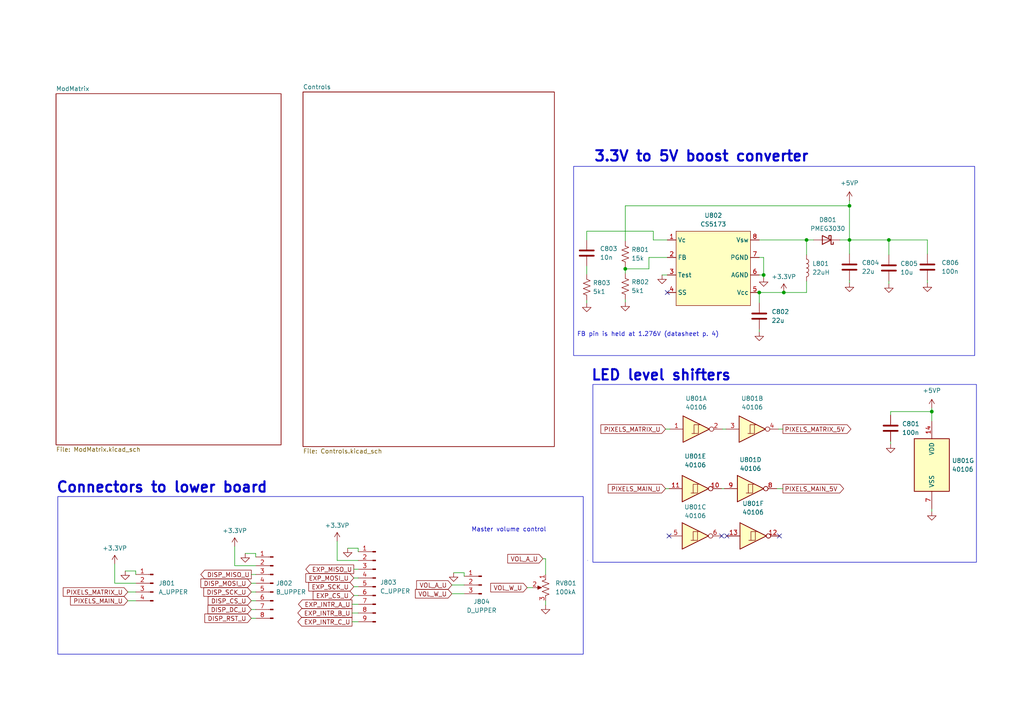
<source format=kicad_sch>
(kicad_sch (version 20231120) (generator "eeschema") (generator_version "8.0")
  (paper "A4")
  (lib_symbols
    (symbol "4xxx:40106" (pin_names (offset 1.016))
      (property "Reference" "U" (at 0 1.27 0))
      (property "Value" "40106" (at 0 -1.27 0))
      (symbol "40106_1_0"
        (polyline (pts (xy -0.635 -1.27) (xy -0.635 1.27) (xy 0.635 1.27)))
        (polyline (pts (xy -3.81 3.81) (xy -3.81 -3.81) (xy 3.81 0) (xy -3.81 3.81)) (stroke (width 0.254)) (fill (type background)))
        (polyline (pts (xy -1.27 -1.27) (xy 0.635 -1.27) (xy 0.635 1.27) (xy 1.27 1.27)))
        (pin input line (at -7.62 0 0) (length 3.81) (name "~") (number "1"))
        (pin output inverted (at 7.62 0 180) (length 3.81) (name "~") (number "2"))
      )
      (symbol "40106_2_0"
        (polyline (pts (xy -0.635 -1.27) (xy -0.635 1.27) (xy 0.635 1.27)))
        (polyline (pts (xy -3.81 3.81) (xy -3.81 -3.81) (xy 3.81 0) (xy -3.81 3.81)) (stroke (width 0.254)) (fill (type background)))
        (polyline (pts (xy -1.27 -1.27) (xy 0.635 -1.27) (xy 0.635 1.27) (xy 1.27 1.27)))
        (pin input line (at -7.62 0 0) (length 3.81) (name "~") (number "3"))
        (pin output inverted (at 7.62 0 180) (length 3.81) (name "~") (number "4"))
      )
      (symbol "40106_3_0"
        (polyline (pts (xy -0.635 -1.27) (xy -0.635 1.27) (xy 0.635 1.27)))
        (polyline (pts (xy -3.81 3.81) (xy -3.81 -3.81) (xy 3.81 0) (xy -3.81 3.81)) (stroke (width 0.254)) (fill (type background)))
        (polyline (pts (xy -1.27 -1.27) (xy 0.635 -1.27) (xy 0.635 1.27) (xy 1.27 1.27)))
        (pin input line (at -7.62 0 0) (length 3.81) (name "~") (number "5"))
        (pin output inverted (at 7.62 0 180) (length 3.81) (name "~") (number "6"))
      )
      (symbol "40106_4_0"
        (polyline (pts (xy -0.635 -1.27) (xy -0.635 1.27) (xy 0.635 1.27)))
        (polyline (pts (xy -3.81 3.81) (xy -3.81 -3.81) (xy 3.81 0) (xy -3.81 3.81)) (stroke (width 0.254)) (fill (type background)))
        (polyline (pts (xy -1.27 -1.27) (xy 0.635 -1.27) (xy 0.635 1.27) (xy 1.27 1.27)))
        (pin output inverted (at 7.62 0 180) (length 3.81) (name "~") (number "8"))
        (pin input line (at -7.62 0 0) (length 3.81) (name "~") (number "9"))
      )
      (symbol "40106_5_0"
        (polyline (pts (xy -0.635 -1.27) (xy -0.635 1.27) (xy 0.635 1.27)))
        (polyline (pts (xy -3.81 3.81) (xy -3.81 -3.81) (xy 3.81 0) (xy -3.81 3.81)) (stroke (width 0.254)) (fill (type background)))
        (polyline (pts (xy -1.27 -1.27) (xy 0.635 -1.27) (xy 0.635 1.27) (xy 1.27 1.27)))
        (pin output inverted (at 7.62 0 180) (length 3.81) (name "~") (number "10"))
        (pin input line (at -7.62 0 0) (length 3.81) (name "~") (number "11"))
      )
      (symbol "40106_6_0"
        (polyline (pts (xy -0.635 -1.27) (xy -0.635 1.27) (xy 0.635 1.27)))
        (polyline (pts (xy -3.81 3.81) (xy -3.81 -3.81) (xy 3.81 0) (xy -3.81 3.81)) (stroke (width 0.254)) (fill (type background)))
        (polyline (pts (xy -1.27 -1.27) (xy 0.635 -1.27) (xy 0.635 1.27) (xy 1.27 1.27)))
        (pin output inverted (at 7.62 0 180) (length 3.81) (name "~") (number "12"))
        (pin input line (at -7.62 0 0) (length 3.81) (name "~") (number "13"))
      )
      (symbol "40106_7_0"
        (pin power_in line (at 0 12.7 270) (length 5.08) (name "VDD") (number "14"))
        (pin power_in line (at 0 -12.7 90) (length 5.08) (name "VSS") (number "7"))
      )
      (symbol "40106_7_1"
        (rectangle (start -5.08 7.62) (end 5.08 -7.62) (stroke (width 0.254)) (fill (type background)))
      )
    )
    (symbol "Connector:Conn_01x03_Pin" (pin_names (offset 1.016) hide)
      (property "Reference" "J" (at 0 5.08 0))
      (property "Value" "Conn_01x03_Pin" (at 0 -5.08 0))
      (symbol "Conn_01x03_Pin_1_1"
        (polyline (pts (xy 1.27 -2.54) (xy 0.8636 -2.54)) (stroke (width 0.1524)))
        (polyline (pts (xy 1.27 0) (xy 0.8636 0)) (stroke (width 0.1524)))
        (polyline (pts (xy 1.27 2.54) (xy 0.8636 2.54)) (stroke (width 0.1524)))
        (rectangle (start 0.8636 -2.413) (end 0 -2.667) (stroke (width 0.1524)) (fill (type outline)))
        (rectangle (start 0.8636 0.127) (end 0 -0.127) (stroke (width 0.1524)) (fill (type outline)))
        (rectangle (start 0.8636 2.667) (end 0 2.413) (stroke (width 0.1524)) (fill (type outline)))
        (pin passive line (at 5.08 2.54 180) (length 3.81) (name "Pin_1") (number "1"))
        (pin passive line (at 5.08 0 180) (length 3.81) (name "Pin_2") (number "2"))
        (pin passive line (at 5.08 -2.54 180) (length 3.81) (name "Pin_3") (number "3"))
      )
    )
    (symbol "Connector:Conn_01x04_Pin" (pin_names (offset 1.016) hide)
      (property "Reference" "J" (at 0 5.08 0))
      (property "Value" "Conn_01x04_Pin" (at 0 -7.62 0))
      (symbol "Conn_01x04_Pin_1_1"
        (polyline (pts (xy 1.27 -5.08) (xy 0.8636 -5.08)) (stroke (width 0.1524)))
        (polyline (pts (xy 1.27 -2.54) (xy 0.8636 -2.54)) (stroke (width 0.1524)))
        (polyline (pts (xy 1.27 0) (xy 0.8636 0)) (stroke (width 0.1524)))
        (polyline (pts (xy 1.27 2.54) (xy 0.8636 2.54)) (stroke (width 0.1524)))
        (rectangle (start 0.8636 -4.953) (end 0 -5.207) (stroke (width 0.1524)) (fill (type outline)))
        (rectangle (start 0.8636 -2.413) (end 0 -2.667) (stroke (width 0.1524)) (fill (type outline)))
        (rectangle (start 0.8636 0.127) (end 0 -0.127) (stroke (width 0.1524)) (fill (type outline)))
        (rectangle (start 0.8636 2.667) (end 0 2.413) (stroke (width 0.1524)) (fill (type outline)))
        (pin passive line (at 5.08 2.54 180) (length 3.81) (name "Pin_1") (number "1"))
        (pin passive line (at 5.08 0 180) (length 3.81) (name "Pin_2") (number "2"))
        (pin passive line (at 5.08 -2.54 180) (length 3.81) (name "Pin_3") (number "3"))
        (pin passive line (at 5.08 -5.08 180) (length 3.81) (name "Pin_4") (number "4"))
      )
    )
    (symbol "Connector:Conn_01x08_Pin" (pin_names (offset 1.016) hide)
      (property "Reference" "J" (at 0 10.16 0))
      (property "Value" "Conn_01x08_Pin" (at 0 -12.7 0))
      (symbol "Conn_01x08_Pin_1_1"
        (polyline (pts (xy 1.27 -10.16) (xy 0.8636 -10.16)) (stroke (width 0.1524)))
        (polyline (pts (xy 1.27 -7.62) (xy 0.8636 -7.62)) (stroke (width 0.1524)))
        (polyline (pts (xy 1.27 -5.08) (xy 0.8636 -5.08)) (stroke (width 0.1524)))
        (polyline (pts (xy 1.27 -2.54) (xy 0.8636 -2.54)) (stroke (width 0.1524)))
        (polyline (pts (xy 1.27 0) (xy 0.8636 0)) (stroke (width 0.1524)))
        (polyline (pts (xy 1.27 2.54) (xy 0.8636 2.54)) (stroke (width 0.1524)))
        (polyline (pts (xy 1.27 5.08) (xy 0.8636 5.08)) (stroke (width 0.1524)))
        (polyline (pts (xy 1.27 7.62) (xy 0.8636 7.62)) (stroke (width 0.1524)))
        (rectangle (start 0.8636 -10.033) (end 0 -10.287) (stroke (width 0.1524)) (fill (type outline)))
        (rectangle (start 0.8636 -7.493) (end 0 -7.747) (stroke (width 0.1524)) (fill (type outline)))
        (rectangle (start 0.8636 -4.953) (end 0 -5.207) (stroke (width 0.1524)) (fill (type outline)))
        (rectangle (start 0.8636 -2.413) (end 0 -2.667) (stroke (width 0.1524)) (fill (type outline)))
        (rectangle (start 0.8636 0.127) (end 0 -0.127) (stroke (width 0.1524)) (fill (type outline)))
        (rectangle (start 0.8636 2.667) (end 0 2.413) (stroke (width 0.1524)) (fill (type outline)))
        (rectangle (start 0.8636 5.207) (end 0 4.953) (stroke (width 0.1524)) (fill (type outline)))
        (rectangle (start 0.8636 7.747) (end 0 7.493) (stroke (width 0.1524)) (fill (type outline)))
        (pin passive line (at 5.08 7.62 180) (length 3.81) (name "Pin_1") (number "1"))
        (pin passive line (at 5.08 5.08 180) (length 3.81) (name "Pin_2") (number "2"))
        (pin passive line (at 5.08 2.54 180) (length 3.81) (name "Pin_3") (number "3"))
        (pin passive line (at 5.08 0 180) (length 3.81) (name "Pin_4") (number "4"))
        (pin passive line (at 5.08 -2.54 180) (length 3.81) (name "Pin_5") (number "5"))
        (pin passive line (at 5.08 -5.08 180) (length 3.81) (name "Pin_6") (number "6"))
        (pin passive line (at 5.08 -7.62 180) (length 3.81) (name "Pin_7") (number "7"))
        (pin passive line (at 5.08 -10.16 180) (length 3.81) (name "Pin_8") (number "8"))
      )
    )
    (symbol "Connector:Conn_01x09_Pin" (pin_names (offset 1.016) hide)
      (property "Reference" "J" (at 0 12.7 0))
      (property "Value" "Conn_01x09_Pin" (at 0 -12.7 0))
      (symbol "Conn_01x09_Pin_1_1"
        (polyline (pts (xy 1.27 -10.16) (xy 0.8636 -10.16)) (stroke (width 0.1524)))
        (polyline (pts (xy 1.27 -7.62) (xy 0.8636 -7.62)) (stroke (width 0.1524)))
        (polyline (pts (xy 1.27 -5.08) (xy 0.8636 -5.08)) (stroke (width 0.1524)))
        (polyline (pts (xy 1.27 -2.54) (xy 0.8636 -2.54)) (stroke (width 0.1524)))
        (polyline (pts (xy 1.27 0) (xy 0.8636 0)) (stroke (width 0.1524)))
        (polyline (pts (xy 1.27 2.54) (xy 0.8636 2.54)) (stroke (width 0.1524)))
        (polyline (pts (xy 1.27 5.08) (xy 0.8636 5.08)) (stroke (width 0.1524)))
        (polyline (pts (xy 1.27 7.62) (xy 0.8636 7.62)) (stroke (width 0.1524)))
        (polyline (pts (xy 1.27 10.16) (xy 0.8636 10.16)) (stroke (width 0.1524)))
        (rectangle (start 0.8636 -10.033) (end 0 -10.287) (stroke (width 0.1524)) (fill (type outline)))
        (rectangle (start 0.8636 -7.493) (end 0 -7.747) (stroke (width 0.1524)) (fill (type outline)))
        (rectangle (start 0.8636 -4.953) (end 0 -5.207) (stroke (width 0.1524)) (fill (type outline)))
        (rectangle (start 0.8636 -2.413) (end 0 -2.667) (stroke (width 0.1524)) (fill (type outline)))
        (rectangle (start 0.8636 0.127) (end 0 -0.127) (stroke (width 0.1524)) (fill (type outline)))
        (rectangle (start 0.8636 2.667) (end 0 2.413) (stroke (width 0.1524)) (fill (type outline)))
        (rectangle (start 0.8636 5.207) (end 0 4.953) (stroke (width 0.1524)) (fill (type outline)))
        (rectangle (start 0.8636 7.747) (end 0 7.493) (stroke (width 0.1524)) (fill (type outline)))
        (rectangle (start 0.8636 10.287) (end 0 10.033) (stroke (width 0.1524)) (fill (type outline)))
        (pin passive line (at 5.08 10.16 180) (length 3.81) (name "Pin_1") (number "1"))
        (pin passive line (at 5.08 7.62 180) (length 3.81) (name "Pin_2") (number "2"))
        (pin passive line (at 5.08 5.08 180) (length 3.81) (name "Pin_3") (number "3"))
        (pin passive line (at 5.08 2.54 180) (length 3.81) (name "Pin_4") (number "4"))
        (pin passive line (at 5.08 0 180) (length 3.81) (name "Pin_5") (number "5"))
        (pin passive line (at 5.08 -2.54 180) (length 3.81) (name "Pin_6") (number "6"))
        (pin passive line (at 5.08 -5.08 180) (length 3.81) (name "Pin_7") (number "7"))
        (pin passive line (at 5.08 -7.62 180) (length 3.81) (name "Pin_8") (number "8"))
        (pin passive line (at 5.08 -10.16 180) (length 3.81) (name "Pin_9") (number "9"))
      )
    )
    (symbol "Device:C" (pin_numbers hide) (pin_names (offset 0.254))
      (property "Reference" "C" (at 0.635 2.54 0))
      (property "Value" "C" (at 0.635 -2.54 0))
      (symbol "C_0_1"
        (polyline (pts (xy -2.032 -0.762) (xy 2.032 -0.762)) (stroke (width 0.508)))
        (polyline (pts (xy -2.032 0.762) (xy 2.032 0.762)) (stroke (width 0.508)))
      )
      (symbol "C_1_1"
        (pin passive line (at 0 3.81 270) (length 2.794) (name "~") (number "1"))
        (pin passive line (at 0 -3.81 90) (length 2.794) (name "~") (number "2"))
      )
    )
    (symbol "Device:D_Schottky" (pin_numbers hide) (pin_names (offset 1.016) hide)
      (property "Reference" "D" (at 0 2.54 0))
      (property "Value" "D_Schottky" (at 0 -2.54 0))
      (symbol "D_Schottky_0_1"
        (polyline (pts (xy 1.27 0) (xy -1.27 0)))
        (polyline (pts (xy 1.27 1.27) (xy 1.27 -1.27) (xy -1.27 0) (xy 1.27 1.27)) (stroke (width 0.254)))
        (polyline (pts (xy -1.905 0.635) (xy -1.905 1.27) (xy -1.27 1.27) (xy -1.27 -1.27) (xy -0.635 -1.27) (xy -0.635 -0.635)) (stroke (width 0.254)))
      )
      (symbol "D_Schottky_1_1"
        (pin passive line (at -3.81 0 0) (length 2.54) (name "K") (number "1"))
        (pin passive line (at 3.81 0 180) (length 2.54) (name "A") (number "2"))
      )
    )
    (symbol "Device:L" (pin_numbers hide) (pin_names (offset 1.016) hide)
      (property "Reference" "L" (at -1.27 0 90))
      (property "Value" "L" (at 1.905 0 90))
      (symbol "L_0_1"
        (arc (start 0 -2.54) (mid 0.6323 -1.905) (end 0 -1.27))
        (arc (start 0 -1.27) (mid 0.6323 -0.635) (end 0 0))
        (arc (start 0 0) (mid 0.6323 0.635) (end 0 1.27))
        (arc (start 0 1.27) (mid 0.6323 1.905) (end 0 2.54))
      )
      (symbol "L_1_1"
        (pin passive line (at 0 3.81 270) (length 1.27) (name "1") (number "1"))
        (pin passive line (at 0 -3.81 90) (length 1.27) (name "2") (number "2"))
      )
    )
    (symbol "Device:R_Potentiometer_US" (pin_names (offset 1.016) hide)
      (property "Reference" "RV" (at -4.445 0 90))
      (property "Value" "R_Potentiometer_US" (at -2.54 0 90))
      (symbol "R_Potentiometer_US_0_1"
        (polyline (pts (xy 0 -2.286) (xy 0 -2.54)))
        (polyline (pts (xy 0 2.54) (xy 0 2.286)))
        (polyline (pts (xy 2.54 0) (xy 1.524 0)))
        (polyline (pts (xy 1.143 0) (xy 2.286 0.508) (xy 2.286 -0.508) (xy 1.143 0)) (fill (type outline)))
        (polyline (pts (xy 0 -0.762) (xy 1.016 -1.143) (xy 0 -1.524) (xy -1.016 -1.905) (xy 0 -2.286)))
        (polyline (pts (xy 0 0.762) (xy 1.016 0.381) (xy 0 0) (xy -1.016 -0.381) (xy 0 -0.762)))
        (polyline (pts (xy 0 2.286) (xy 1.016 1.905) (xy 0 1.524) (xy -1.016 1.143) (xy 0 0.762)))
      )
      (symbol "R_Potentiometer_US_1_1"
        (pin passive line (at 0 3.81 270) (length 1.27) (name "1") (number "1"))
        (pin passive line (at 3.81 0 180) (length 1.27) (name "2") (number "2"))
        (pin passive line (at 0 -3.81 90) (length 1.27) (name "3") (number "3"))
      )
    )
    (symbol "Device:R_US" (pin_numbers hide) (pin_names (offset 0))
      (property "Reference" "R" (at 2.54 0 90))
      (property "Value" "R_US" (at -2.54 0 90))
      (symbol "R_US_0_1"
        (polyline (pts (xy 0 -2.286) (xy 0 -2.54)))
        (polyline (pts (xy 0 2.286) (xy 0 2.54)))
        (polyline (pts (xy 0 -0.762) (xy 1.016 -1.143) (xy 0 -1.524) (xy -1.016 -1.905) (xy 0 -2.286)))
        (polyline (pts (xy 0 0.762) (xy 1.016 0.381) (xy 0 0) (xy -1.016 -0.381) (xy 0 -0.762)))
        (polyline (pts (xy 0 2.286) (xy 1.016 1.905) (xy 0 1.524) (xy -1.016 1.143) (xy 0 0.762)))
      )
      (symbol "R_US_1_1"
        (pin passive line (at 0 3.81 270) (length 1.27) (name "~") (number "1"))
        (pin passive line (at 0 -3.81 90) (length 1.27) (name "~") (number "2"))
      )
    )
    (symbol "cs5173:CS5173"
      (property "Reference" "U105" (at 1.6256 14.0208 0))
      (property "Value" "CS5173" (at 1.6256 11.4808 0))
      (symbol "CS5173_1_1"
        (rectangle (start -8.89 10.16) (end 12.7 -11.43) (fill (type background)))
        (pin input line (at -11.43 7.62 0) (length 2.54) (name "Vc") (number "1"))
        (pin input line (at -11.43 2.54 0) (length 2.54) (name "FB") (number "2"))
        (pin input line (at -11.43 -2.54 0) (length 2.54) (name "Test") (number "3"))
        (pin input line (at -11.43 -7.62 0) (length 2.54) (name "SS") (number "4"))
        (pin power_in line (at 15.24 -7.62 180) (length 2.54) (name "Vcc") (number "5"))
        (pin power_in line (at 15.24 -2.54 180) (length 2.54) (name "AGND") (number "6"))
        (pin power_in line (at 15.24 2.54 180) (length 2.54) (name "PGND") (number "7"))
        (pin power_out line (at 15.24 7.62 180) (length 2.54) (name "Vsw") (number "8"))
      )
    )
    (symbol "power:+3.3VP" (power) (pin_numbers hide) (pin_names (offset 0) hide)
      (property "Value" "+3.3VP" (at 0 3.556 0))
      (symbol "+3.3VP_0_0"
        (pin power_in line (at 0 0 90) (length 0) (name "~") (number "1"))
      )
      (symbol "+3.3VP_0_1"
        (polyline (pts (xy -0.762 1.27) (xy 0 2.54)))
        (polyline (pts (xy 0 0) (xy 0 2.54)))
        (polyline (pts (xy 0 2.54) (xy 0.762 1.27)))
      )
    )
    (symbol "power:+5VP" (power) (pin_numbers hide) (pin_names (offset 0) hide)
      (property "Value" "+5VP" (at 0 3.556 0))
      (symbol "+5VP_0_1"
        (polyline (pts (xy -0.762 1.27) (xy 0 2.54)))
        (polyline (pts (xy 0 0) (xy 0 2.54)))
        (polyline (pts (xy 0 2.54) (xy 0.762 1.27)))
      )
      (symbol "+5VP_1_1"
        (pin power_in line (at 0 0 90) (length 0) (name "~") (number "1"))
      )
    )
    (symbol "power:GND" (power) (pin_names (offset 0))
      (symbol "GND_0_1"
        (polyline (pts (xy 0 0) (xy 0 -1.27) (xy 1.27 -1.27) (xy 0 -2.54) (xy -1.27 -1.27) (xy 0 -1.27)))
      )
      (symbol "GND_1_1"
        (pin power_in line (at 0 0 270) (length 0) hide (name "GND") (number "1"))
      )
    )
  )
  (junction (at 246.38 69.596))
  (junction (at 220.218 84.836))
  (junction (at 181.356 77.978))
  (junction (at 233.934 69.596))
  (junction (at 221.488 79.756))
  (junction (at 227.33 84.836))
  (junction (at 257.81 69.596))
  (junction (at 270.256 119.38))
  (junction (at 246.38 59.69))
  (no_connect (at 194.056 155.448))
  (no_connect (at 210.82 155.448))
  (no_connect (at 209.296 155.448))
  (no_connect (at 193.548 84.836))
  (no_connect (at 226.06 155.448))
  (wire (pts (xy 193.04 124.46) (xy 194.31 124.46)))
  (wire (pts (xy 102.616 170.18) (xy 103.886 170.18)))
  (wire (pts (xy 97.79 162.56) (xy 103.886 162.56)))
  (wire (pts (xy 233.934 69.596) (xy 235.966 69.596)))
  (wire (pts (xy 258.318 119.38) (xy 270.256 119.38)))
  (wire (pts (xy 221.488 79.756) (xy 221.488 80.518)))
  (wire (pts (xy 268.986 69.596) (xy 257.81 69.596)))
  (wire (pts (xy 72.898 174.244) (xy 74.168 174.244)))
  (wire (pts (xy 233.934 84.836) (xy 227.33 84.836)))
  (wire (pts (xy 220.218 95.504) (xy 220.218 96.266)))
  (wire (pts (xy 220.218 84.836) (xy 227.33 84.836)))
  (wire (pts (xy 188.214 74.676) (xy 193.548 74.676)))
  (wire (pts (xy 68.072 164.084) (xy 74.168 164.084)))
  (wire (pts (xy 170.18 87.122) (xy 170.18 87.884)))
  (wire (pts (xy 246.38 58.166) (xy 246.38 59.69)))
  (wire (pts (xy 246.38 59.69) (xy 246.38 69.596)))
  (wire (pts (xy 74.168 160.528) (xy 71.12 160.528)))
  (wire (pts (xy 134.62 167.132) (xy 134.62 166.116)))
  (wire (pts (xy 193.04 141.732) (xy 194.056 141.732)))
  (wire (pts (xy 72.898 171.704) (xy 74.168 171.704)))
  (wire (pts (xy 257.81 81.534) (xy 257.81 82.296)))
  (wire (pts (xy 233.934 81.534) (xy 233.934 84.836)))
  (wire (pts (xy 102.616 165.1) (xy 103.886 165.1)))
  (wire (pts (xy 158.242 174.244) (xy 158.242 175.514)))
  (wire (pts (xy 220.218 79.756) (xy 221.488 79.756)))
  (wire (pts (xy 189.484 69.596) (xy 189.484 67.056)))
  (wire (pts (xy 270.256 118.364) (xy 270.256 119.38)))
  (wire (pts (xy 72.898 179.324) (xy 74.168 179.324)))
  (wire (pts (xy 181.356 77.47) (xy 181.356 77.978)))
  (wire (pts (xy 192.024 79.756) (xy 193.548 79.756)))
  (wire (pts (xy 209.55 124.46) (xy 210.566 124.46)))
  (wire (pts (xy 102.616 172.72) (xy 103.886 172.72)))
  (wire (pts (xy 72.898 166.624) (xy 74.168 166.624)))
  (wire (pts (xy 68.072 158.496) (xy 68.072 164.084)))
  (wire (pts (xy 181.356 77.978) (xy 181.356 79.248)))
  (wire (pts (xy 188.214 77.978) (xy 188.214 74.676)))
  (wire (pts (xy 131.064 169.672) (xy 134.62 169.672)))
  (wire (pts (xy 181.356 86.868) (xy 181.356 87.63)))
  (wire (pts (xy 170.18 67.056) (xy 170.18 69.596)))
  (wire (pts (xy 72.898 176.784) (xy 74.168 176.784)))
  (wire (pts (xy 102.108 175.26) (xy 103.886 175.26)))
  (wire (pts (xy 152.908 170.434) (xy 154.432 170.434)))
  (wire (pts (xy 102.108 180.34) (xy 103.886 180.34)))
  (wire (pts (xy 268.986 73.66) (xy 268.986 69.596)))
  (wire (pts (xy 103.886 160.02) (xy 103.886 159.004)))
  (wire (pts (xy 181.356 77.978) (xy 188.214 77.978)))
  (wire (pts (xy 181.356 59.69) (xy 246.38 59.69)))
  (wire (pts (xy 233.934 69.596) (xy 233.934 73.914)))
  (wire (pts (xy 209.296 141.732) (xy 210.058 141.732)))
  (wire (pts (xy 270.256 147.574) (xy 270.256 148.336)))
  (wire (pts (xy 220.218 74.676) (xy 221.488 74.676)))
  (wire (pts (xy 39.37 165.608) (xy 36.322 165.608)))
  (wire (pts (xy 258.318 128.016) (xy 258.318 128.778)))
  (wire (pts (xy 33.274 169.164) (xy 39.37 169.164)))
  (wire (pts (xy 181.356 69.85) (xy 181.356 59.69)))
  (wire (pts (xy 268.986 81.28) (xy 268.986 82.042)))
  (wire (pts (xy 33.274 163.576) (xy 33.274 169.164)))
  (wire (pts (xy 72.898 169.164) (xy 74.168 169.164)))
  (wire (pts (xy 257.81 69.596) (xy 246.38 69.596)))
  (wire (pts (xy 157.48 162.052) (xy 158.242 162.052)))
  (wire (pts (xy 39.37 166.624) (xy 39.37 165.608)))
  (wire (pts (xy 246.38 81.28) (xy 246.38 82.042)))
  (wire (pts (xy 131.064 172.212) (xy 134.62 172.212)))
  (wire (pts (xy 246.38 69.596) (xy 243.586 69.596)))
  (wire (pts (xy 270.256 119.38) (xy 270.256 122.174)))
  (wire (pts (xy 74.168 161.544) (xy 74.168 160.528)))
  (wire (pts (xy 193.548 69.596) (xy 189.484 69.596)))
  (wire (pts (xy 102.108 177.8) (xy 103.886 177.8)))
  (wire (pts (xy 103.886 159.004) (xy 100.838 159.004)))
  (wire (pts (xy 221.488 74.676) (xy 221.488 79.756)))
  (wire (pts (xy 189.484 67.056) (xy 170.18 67.056)))
  (wire (pts (xy 97.79 156.972) (xy 97.79 162.56)))
  (wire (pts (xy 158.242 162.052) (xy 158.242 166.624)))
  (wire (pts (xy 37.084 174.244) (xy 39.37 174.244)))
  (wire (pts (xy 225.806 124.46) (xy 227.076 124.46)))
  (wire (pts (xy 257.81 73.914) (xy 257.81 69.596)))
  (wire (pts (xy 258.318 120.396) (xy 258.318 119.38)))
  (wire (pts (xy 170.18 77.216) (xy 170.18 79.502)))
  (wire (pts (xy 220.218 69.596) (xy 233.934 69.596)))
  (wire (pts (xy 134.62 166.116) (xy 131.572 166.116)))
  (wire (pts (xy 225.298 141.732) (xy 227.076 141.732)))
  (wire (pts (xy 246.38 69.596) (xy 246.38 73.66)))
  (wire (pts (xy 102.616 167.64) (xy 103.886 167.64)))
  (wire (pts (xy 220.218 84.836) (xy 220.218 87.884)))
  (wire (pts (xy 37.084 171.704) (xy 39.37 171.704)))
  (rectangle (start 170.434 162.56) (end 170.434 162.56))
  (rectangle (start 16.764 144.018) (end 169.164 189.738))
  (rectangle (start 171.958 111.506) (end 283.21 163.068))
  (rectangle (start 166.37 48.26) (end 282.702 103.124))
  (text "FB pin is held at 1.276V (datasheet p. 4)" (at 187.96 97.028 0) (effects (font (size 1.27 1.27))))
  (text "LED level shifters" (at 191.77 108.966 0) (effects (font (size 3 3) (thickness 0.6) (bold yes))))
  (text "Master volume control" (at 158.496 154.432 0) (effects (font (size 1.27 1.27)) (justify right bottom)))
  (text "3.3V to 5V boost converter" (at 203.454 45.466 0) (effects (font (size 3 3) (thickness 0.6) (bold yes))))
  (text "Connectors to lower board" (at 46.99 141.478 0) (effects (font (size 3 3) (thickness 0.6) (bold yes))))
  (global_label "VOL_W_U" (shape input) (at 131.064 172.212 180) (property "Intersheetrefs" "${INTERSHEET_REFS}" (effects (hide yes))))
  (global_label "EXP_MOSI_U" (shape input) (at 102.616 167.64 180) (property "Intersheetrefs" "${INTERSHEET_REFS}" (effects (hide yes))))
  (global_label "PIXELS_MATRIX_U" (shape input) (at 37.084 171.704 180) (property "Intersheetrefs" "${INTERSHEET_REFS}" (effects (hide yes))))
  (global_label "PIXELS_MATRIX_5V" (shape output) (at 227.076 124.46 0) (property "Intersheetrefs" "${INTERSHEET_REFS}" (effects (hide yes))))
  (global_label "EXP_INTR_C_U" (shape output) (at 102.108 180.34 180) (property "Intersheetrefs" "${INTERSHEET_REFS}" (effects (hide yes))))
  (global_label "PIXELS_MAIN_U" (shape input) (at 193.04 141.732 180) (property "Intersheetrefs" "${INTERSHEET_REFS}" (effects (hide yes))))
  (global_label "DISP_DC_U" (shape input) (at 72.898 176.784 180) (property "Intersheetrefs" "${INTERSHEET_REFS}" (effects (hide yes))))
  (global_label "EXP_INTR_A_U" (shape output) (at 102.108 175.26 180) (property "Intersheetrefs" "${INTERSHEET_REFS}" (effects (hide yes))))
  (global_label "DISP_MOSI_U" (shape input) (at 72.898 169.164 180) (property "Intersheetrefs" "${INTERSHEET_REFS}" (effects (hide yes))))
  (global_label "PIXELS_MAIN_5V" (shape output) (at 227.076 141.732 0) (property "Intersheetrefs" "${INTERSHEET_REFS}" (effects (hide yes))))
  (global_label "VOL_W_U" (shape input) (at 152.908 170.434 180) (property "Intersheetrefs" "${INTERSHEET_REFS}" (effects (hide yes))))
  (global_label "DISP_MISO_U" (shape output) (at 72.898 166.624 180) (property "Intersheetrefs" "${INTERSHEET_REFS}" (effects (hide yes))))
  (global_label "EXP_MISO_U" (shape output) (at 102.616 165.1 180) (property "Intersheetrefs" "${INTERSHEET_REFS}" (effects (hide yes))))
  (global_label "EXP_CS_U" (shape input) (at 102.616 172.72 180) (property "Intersheetrefs" "${INTERSHEET_REFS}" (effects (hide yes))))
  (global_label "EXP_SCK_U" (shape input) (at 102.616 170.18 180) (property "Intersheetrefs" "${INTERSHEET_REFS}" (effects (hide yes))))
  (global_label "PIXELS_MATRIX_U" (shape input) (at 193.04 124.46 180) (property "Intersheetrefs" "${INTERSHEET_REFS}" (effects (hide yes))))
  (global_label "DISP_CS_U" (shape input) (at 72.898 174.244 180) (property "Intersheetrefs" "${INTERSHEET_REFS}" (effects (hide yes))))
  (global_label "VOL_A_U" (shape input) (at 157.48 162.052 180) (property "Intersheetrefs" "${INTERSHEET_REFS}" (effects (hide yes))))
  (global_label "DISP_RST_U" (shape input) (at 72.898 179.324 180) (property "Intersheetrefs" "${INTERSHEET_REFS}" (effects (hide yes))))
  (global_label "EXP_INTR_B_U" (shape output) (at 102.108 177.8 180) (property "Intersheetrefs" "${INTERSHEET_REFS}" (effects (hide yes))))
  (global_label "DISP_SCK_U" (shape input) (at 72.898 171.704 180) (property "Intersheetrefs" "${INTERSHEET_REFS}" (effects (hide yes))))
  (global_label "VOL_A_U" (shape input) (at 131.064 169.672 180) (property "Intersheetrefs" "${INTERSHEET_REFS}" (effects (hide yes))))
  (global_label "PIXELS_MAIN_U" (shape input) (at 37.084 174.244 180) (property "Intersheetrefs" "${INTERSHEET_REFS}" (effects (hide yes))))
  (symbol (lib_id "power:GND") (at 192.024 79.756 0) (unit 1)
    (property "Reference" "#PWR0847" (effects (hide yes)))
    (property "Value" "GNDA" (effects (hide yes)))
  )
  (symbol (lib_id "power:+3.3VP") (at 97.79 156.972 0) (unit 1)
    (property "Reference" "#PWR0818" (effects (hide yes)))
    (property "Value" "+3.3VP" (at 97.79 152.4 0))
    (property "Description" "Power symbol creates a global label with name \"+3.3VP\"" (effects (hide yes)))
  )
  (symbol (lib_id "4xxx:40106") (at 218.44 155.448 0) (unit 6)
    (property "Reference" "U801" (at 218.44 146.05 0))
    (property "Value" "40106" (at 218.44 148.59 0))
    (property "Footprint" "Package_SO:SOIC-14_3.9x8.7mm_P1.27mm" (effects (hide yes)))
    (property "Datasheet" "https://assets.nexperia.com/documents/data-sheet/HEF40106B.pdf" (effects (hide yes)))
    (property "Description" "Hex Schmitt trigger inverter" (effects (hide yes)))
  )
  (symbol (lib_id "Device:L") (at 233.934 77.724 0) (unit 1)
    (property "Reference" "L801" (at 235.585 76.454 0) (effects (justify left)))
    (property "Value" "22uH" (at 235.585 78.994 0) (effects (justify left)))
    (property "Footprint" "Inductor_SMD:L_Changjiang_FNR4010S" (effects (hide yes)))
  )
  (symbol (lib_id "power:+5VP") (at 270.256 118.364 0) (unit 1)
    (property "Reference" "#PWR0840" (effects (hide yes)))
    (property "Value" "+5VP" (at 270.256 113.284 0))
    (property "Description" "Power symbol creates a global label with name \"+5VP\"" (effects (hide yes)))
  )
  (symbol (lib_id "cs5173:CS5173") (at 204.978 77.216 0) (unit 1)
    (property "Reference" "U802" (at 206.883 62.484 0))
    (property "Value" "CS5173" (at 206.883 65.024 0))
    (property "Footprint" "Package_SO:SOIC-8_3.9x4.9mm_P1.27mm" (effects (hide yes)))
  )
  (symbol (lib_id "Device:R_US") (at 181.356 83.058 0) (unit 1)
    (property "Reference" "R802" (at 183.134 81.7879 0) (effects (justify left)))
    (property "Value" "5k1" (at 183.134 84.3279 0) (effects (justify left)))
    (property "Footprint" "Resistor_SMD:R_0805_2012Metric" (effects (hide yes)))
    (property "Description" "Resistor, US symbol" (effects (hide yes)))
  )
  (symbol (lib_id "power:+5VP") (at 246.38 58.166 0) (unit 1)
    (property "Reference" "#PWR0850" (effects (hide yes)))
    (property "Value" "+5VP" (at 246.38 53.086 0))
    (property "Description" "Power symbol creates a global label with name \"+5VP\"" (effects (hide yes)))
  )
  (symbol (lib_id "Connector:Conn_01x09_Pin") (at 108.966 170.18 0) (mirror y) (unit 1)
    (property "Reference" "J803" (at 110.236 168.9099 0) (effects (justify right)))
    (property "Value" "C_UPPER" (at 110.236 171.4499 0) (effects (justify right)))
    (property "Footprint" "Connector_PinSocket_2.54mm:PinSocket_1x09_P2.54mm_Vertical" (effects (hide yes)))
    (property "Description" "Generic connector, single row, 01x09, script generated" (effects (hide yes)))
  )
  (symbol (lib_id "power:GND") (at 71.12 160.528 0) (unit 1)
    (property "Reference" "#PWR0817" (effects (hide yes)))
    (property "Value" "GNDA" (effects (hide yes)))
  )
  (symbol (lib_id "4xxx:40106") (at 201.676 155.448 0) (unit 3)
    (property "Reference" "U801" (at 201.676 147.066 0))
    (property "Value" "40106" (at 201.676 149.606 0))
    (property "Footprint" "Package_SO:SOIC-14_3.9x8.7mm_P1.27mm" (effects (hide yes)))
    (property "Datasheet" "https://assets.nexperia.com/documents/data-sheet/HEF40106B.pdf" (effects (hide yes)))
    (property "Description" "Hex Schmitt trigger inverter" (effects (hide yes)))
  )
  (symbol (lib_id "4xxx:40106") (at 201.93 124.46 0) (unit 1)
    (property "Reference" "U801" (at 201.93 115.57 0))
    (property "Value" "40106" (at 201.93 118.11 0))
    (property "Footprint" "Package_SO:SOIC-14_3.9x8.7mm_P1.27mm" (effects (hide yes)))
    (property "Datasheet" "https://assets.nexperia.com/documents/data-sheet/HEF40106B.pdf" (effects (hide yes)))
    (property "Description" "Hex Schmitt trigger inverter" (effects (hide yes)))
  )
  (symbol (lib_id "Device:D_Schottky") (at 239.776 69.596 180) (unit 1)
    (property "Reference" "D801" (at 240.0935 63.754 0))
    (property "Value" "PMEG3030" (at 240.0935 66.294 0))
    (property "Footprint" "Diode_SMD:D_SOD-123" (effects (hide yes)))
  )
  (symbol (lib_id "4xxx:40106") (at 270.256 134.874 0) (unit 7)
    (property "Reference" "U801" (at 276.098 133.6039 0) (effects (justify left)))
    (property "Value" "40106" (at 276.098 136.1439 0) (effects (justify left)))
    (property "Footprint" "Package_SO:SOIC-14_3.9x8.7mm_P1.27mm" (effects (hide yes)))
    (property "Datasheet" "https://assets.nexperia.com/documents/data-sheet/HEF40106B.pdf" (effects (hide yes)))
    (property "Description" "Hex Schmitt trigger inverter" (effects (hide yes)))
  )
  (symbol (lib_id "Connector:Conn_01x03_Pin") (at 139.7 169.672 0) (mirror y) (unit 1)
    (property "Reference" "J804" (at 139.7 174.498 0))
    (property "Value" "D_UPPER" (at 139.7 177.038 0))
    (property "Footprint" "Connector_PinSocket_2.54mm:PinSocket_1x03_P2.54mm_Vertical" (effects (hide yes)))
    (property "Description" "Generic connector, single row, 01x03, script generated" (effects (hide yes)))
  )
  (symbol (lib_id "4xxx:40106") (at 217.678 141.732 0) (unit 4)
    (property "Reference" "U801" (at 217.678 133.35 0))
    (property "Value" "40106" (at 217.678 135.89 0))
    (property "Footprint" "Package_SO:SOIC-14_3.9x8.7mm_P1.27mm" (effects (hide yes)))
    (property "Datasheet" "https://assets.nexperia.com/documents/data-sheet/HEF40106B.pdf" (effects (hide yes)))
    (property "Description" "Hex Schmitt trigger inverter" (effects (hide yes)))
  )
  (symbol (lib_id "power:GND") (at 268.986 82.042 0) (unit 1)
    (property "Reference" "#PWR0869" (effects (hide yes)))
    (property "Value" "GNDA" (effects (hide yes)))
  )
  (symbol (lib_id "power:GND") (at 170.18 87.884 0) (unit 1)
    (property "Reference" "#PWR0848" (effects (hide yes)))
    (property "Value" "GNDA" (effects (hide yes)))
  )
  (symbol (lib_id "power:GND") (at 36.322 165.608 0) (unit 1)
    (property "Reference" "#PWR0815" (effects (hide yes)))
    (property "Value" "GNDA" (effects (hide yes)))
  )
  (symbol (lib_id "power:GND") (at 100.838 159.004 0) (unit 1)
    (property "Reference" "#PWR0819" (effects (hide yes)))
    (property "Value" "GNDA" (effects (hide yes)))
  )
  (symbol (lib_id "power:GND") (at 258.318 128.778 0) (unit 1)
    (property "Reference" "#PWR0841" (effects (hide yes)))
    (property "Value" "GNDA" (effects (hide yes)))
  )
  (symbol (lib_id "power:+3.3VP") (at 68.072 158.496 0) (unit 1)
    (property "Reference" "#PWR0816" (effects (hide yes)))
    (property "Value" "+3.3VP" (at 68.072 153.924 0))
    (property "Description" "Power symbol creates a global label with name \"+3.3VP\"" (effects (hide yes)))
  )
  (symbol (lib_id "Connector:Conn_01x08_Pin") (at 79.248 169.164 0) (mirror y) (unit 1)
    (property "Reference" "J802" (at 80.01 169.1639 0) (effects (justify right)))
    (property "Value" "B_UPPER" (at 80.01 171.7039 0) (effects (justify right)))
    (property "Footprint" "Connector_PinHeader_2.54mm:PinHeader_1x08_P2.54mm_Vertical" (effects (hide yes)))
    (property "Description" "Generic connector, single row, 01x08, script generated" (effects (hide yes)))
  )
  (symbol (lib_id "power:+3.3VP") (at 33.274 163.576 0) (unit 1)
    (property "Reference" "#PWR0814" (effects (hide yes)))
    (property "Value" "+3.3VP" (at 33.274 159.004 0))
    (property "Description" "Power symbol creates a global label with name \"+3.3VP\"" (effects (hide yes)))
  )
  (symbol (lib_id "Device:R_US") (at 181.356 73.66 0) (unit 1)
    (property "Reference" "R801" (at 183.134 72.3899 0) (effects (justify left)))
    (property "Value" "15k" (at 183.134 74.9299 0) (effects (justify left)))
    (property "Footprint" "Resistor_SMD:R_0805_2012Metric" (effects (hide yes)))
    (property "Description" "Resistor, US symbol" (effects (hide yes)))
  )
  (symbol (lib_id "power:GND") (at 246.38 82.042 0) (unit 1)
    (property "Reference" "#PWR0849" (effects (hide yes)))
    (property "Value" "GNDA" (effects (hide yes)))
  )
  (symbol (lib_id "power:GND") (at 181.356 87.63 0) (unit 1)
    (property "Reference" "#PWR0846" (effects (hide yes)))
    (property "Value" "GNDA" (effects (hide yes)))
  )
  (symbol (lib_id "Device:C") (at 246.38 77.47 0) (unit 1)
    (property "Reference" "C804" (at 249.936 76.1999 0) (effects (justify left)))
    (property "Value" "22u" (at 249.936 78.7399 0) (effects (justify left)))
    (property "Footprint" "Capacitor_SMD:C_0805_2012Metric" (effects (hide yes)))
    (property "Description" "Unpolarized capacitor" (effects (hide yes)))
  )
  (symbol (lib_id "4xxx:40106") (at 201.676 141.732 0) (unit 5)
    (property "Reference" "U801" (at 201.676 132.334 0))
    (property "Value" "40106" (at 201.676 134.874 0))
    (property "Footprint" "Package_SO:SOIC-14_3.9x8.7mm_P1.27mm" (effects (hide yes)))
    (property "Datasheet" "https://assets.nexperia.com/documents/data-sheet/HEF40106B.pdf" (effects (hide yes)))
    (property "Description" "Hex Schmitt trigger inverter" (effects (hide yes)))
  )
  (symbol (lib_id "Device:R_Potentiometer_US") (at 158.242 170.434 0) (mirror y) (unit 1)
    (property "Reference" "RV801" (at 161.036 169.164 0) (effects (justify right)))
    (property "Value" "100kA" (at 161.036 171.704 0) (effects (justify right)))
    (property "Footprint" "Potentiometer_THT:Potentiometer_Bourns_PTV09A-1_Single_Vertical" (effects (hide yes)))
  )
  (symbol (lib_id "Device:C") (at 258.318 124.206 0) (unit 1)
    (property "Reference" "C801" (at 261.62 122.9359 0) (effects (justify left)))
    (property "Value" "100n" (at 261.62 125.4759 0) (effects (justify left)))
    (property "Footprint" "Capacitor_SMD:C_0805_2012Metric" (effects (hide yes)))
    (property "Description" "Unpolarized capacitor" (effects (hide yes)))
  )
  (symbol (lib_id "Device:C") (at 170.18 73.406 0) (mirror y) (unit 1)
    (property "Reference" "C803" (at 173.99 72.1359 0) (effects (justify right)))
    (property "Value" "10n" (at 173.99 74.6759 0) (effects (justify right)))
    (property "Footprint" "Capacitor_SMD:C_0805_2012Metric" (effects (hide yes)))
    (property "Description" "Unpolarized capacitor" (effects (hide yes)))
  )
  (symbol (lib_id "4xxx:40106") (at 218.186 124.46 0) (unit 2)
    (property "Reference" "U801" (at 218.186 115.57 0))
    (property "Value" "40106" (at 218.186 118.11 0))
    (property "Footprint" "Package_SO:SOIC-14_3.9x8.7mm_P1.27mm" (effects (hide yes)))
    (property "Datasheet" "https://assets.nexperia.com/documents/data-sheet/HEF40106B.pdf" (effects (hide yes)))
    (property "Description" "Hex Schmitt trigger inverter" (effects (hide yes)))
  )
  (symbol (lib_id "Device:C") (at 268.986 77.47 0) (unit 1)
    (property "Reference" "C806" (at 273.05 76.1999 0) (effects (justify left)))
    (property "Value" "100n" (at 273.05 78.7399 0) (effects (justify left)))
    (property "Footprint" "Capacitor_SMD:C_0805_2012Metric" (effects (hide yes)))
    (property "Description" "Unpolarized capacitor" (effects (hide yes)))
  )
  (symbol (lib_id "power:GND") (at 131.572 166.116 0) (unit 1)
    (property "Reference" "#PWR0821" (effects (hide yes)))
    (property "Value" "GNDA" (effects (hide yes)))
  )
  (symbol (lib_id "Connector:Conn_01x04_Pin") (at 44.45 169.164 0) (mirror y) (unit 1)
    (property "Reference" "J801" (at 45.974 169.1639 0) (effects (justify right)))
    (property "Value" "A_UPPER" (at 45.974 171.7039 0) (effects (justify right)))
    (property "Footprint" "Connector_PinSocket_2.54mm:PinSocket_1x04_P2.54mm_Vertical" (effects (hide yes)))
    (property "Description" "Generic connector, single row, 01x04, script generated" (effects (hide yes)))
  )
  (symbol (lib_id "power:GND") (at 221.488 80.518 0) (unit 1)
    (property "Reference" "#PWR0843" (effects (hide yes)))
    (property "Value" "GNDA" (effects (hide yes)))
  )
  (symbol (lib_id "power:GND") (at 257.81 82.296 0) (unit 1)
    (property "Reference" "#PWR0851" (effects (hide yes)))
    (property "Value" "GNDA" (effects (hide yes)))
  )
  (symbol (lib_id "power:GND") (at 270.256 148.336 0) (unit 1)
    (property "Reference" "#PWR0842" (effects (hide yes)))
    (property "Value" "GNDA" (effects (hide yes)))
  )
  (symbol (lib_id "Device:C") (at 257.81 77.724 0) (unit 1)
    (property "Reference" "C805" (at 261.112 76.4539 0) (effects (justify left)))
    (property "Value" "10u" (at 261.112 78.9939 0) (effects (justify left)))
    (property "Footprint" "Capacitor_SMD:C_0805_2012Metric" (effects (hide yes)))
    (property "Description" "Unpolarized capacitor" (effects (hide yes)))
  )
  (symbol (lib_id "power:GND") (at 220.218 96.266 0) (unit 1)
    (property "Reference" "#PWR0845" (effects (hide yes)))
    (property "Value" "GNDA" (effects (hide yes)))
  )
  (symbol (lib_id "Device:R_US") (at 170.18 83.312 0) (unit 1)
    (property "Reference" "R803" (at 171.958 82.0419 0) (effects (justify left)))
    (property "Value" "5k1" (at 171.958 84.5819 0) (effects (justify left)))
    (property "Footprint" "Resistor_SMD:R_0805_2012Metric" (effects (hide yes)))
    (property "Description" "Resistor, US symbol" (effects (hide yes)))
  )
  (symbol (lib_id "Device:C") (at 220.218 91.694 0) (unit 1)
    (property "Reference" "C802" (at 223.774 90.4239 0) (effects (justify left)))
    (property "Value" "22u" (at 223.774 92.9639 0) (effects (justify left)))
    (property "Footprint" "Capacitor_SMD:C_0805_2012Metric" (effects (hide yes)))
    (property "Description" "Unpolarized capacitor" (effects (hide yes)))
  )
  (symbol (lib_id "power:+3.3VP") (at 227.33 84.836 0) (unit 1)
    (property "Reference" "#PWR0844" (effects (hide yes)))
    (property "Value" "+3.3VP" (at 227.33 80.264 0))
    (property "Description" "Power symbol creates a global label with name \"+3.3VP\"" (effects (hide yes)))
  )
  (symbol (lib_id "power:GND") (at 158.242 175.514 0) (unit 1)
    (property "Reference" "#PWR0820" (effects (hide yes)))
    (property "Value" "GNDA" (effects (hide yes)))
  )
  (sheet (at 16.256 27.178) (size 65.278 101.854) (stroke (width 0.1524))
    (property "Sheetname" "ModMatrix" (at 16.256 26.4664 0) (effects (justify left bottom)))
    (property "Sheetfile" "ModMatrix.kicad_sch" (at 16.256 129.6166 0) (effects (justify left top)))
  )
  (sheet (at 87.884 26.67) (size 72.898 102.87) (stroke (width 0.1524))
    (property "Sheetname" "Controls" (at 87.884 25.9584 0) (effects (justify left bottom)))
    (property "Sheetfile" "Controls.kicad_sch" (at 87.884 130.1246 0) (effects (justify left top)))
  )
)
</source>
